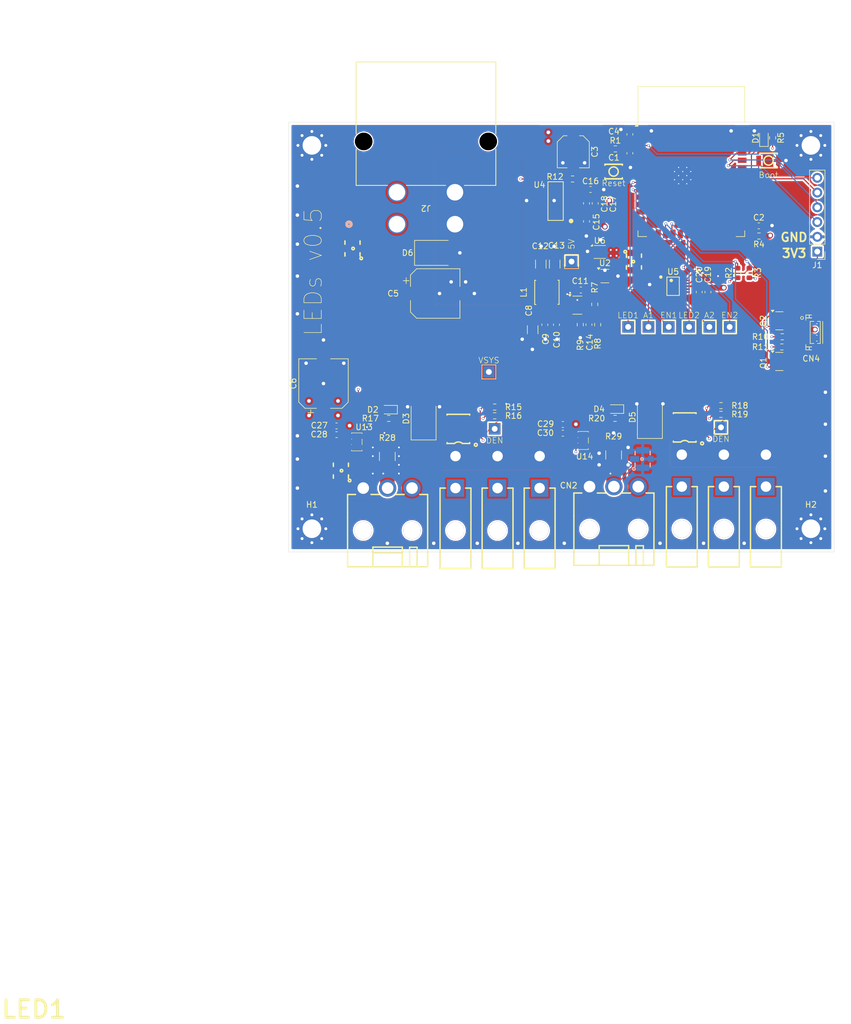
<source format=kicad_pcb>
(kicad_pcb (version 20241229) (generator "pcbnew") (generator_version "9.0")
  (layers (0 "F.Cu" signal) (4 "In1.Cu" power "Ground") (6 "In2.Cu" power "Power") (2 "B.Cu" signal) (13 "F.Paste" user) (15 "B.Paste" user) (5 "F.SilkS" user "F.Silkscreen") (7 "B.SilkS" user "B.Silkscreen") (1 "F.Mask" user) (3 "B.Mask" user) (25 "Edge.Cuts" user))
  (net 0 "")
  (net 1 "GND")
  (net 2 "/3v3/3v3")
  (net 3 "/esp32/USB.DP")
  (net 4 "/esp32/USB.DN")
  (net 5 "/buckconverter/SW")
  (net 6 "/buckconverter/FB")
  (net 7 "/5V")
  (net 8 "/VSYS")
  (net 9 "/a2d/I2C.SCL")
  (net 10 "/a2d/I2C.SDA")
  (net 11 "/a2d/AIN1")
  (net 12 "/led_channel/Switched12V")
  (net 13 "/led_channel1/Switched12V")
  (net 14 "/a2d/AIN2")
  (net 15 "/a2d/AIN3")
  (net 16 "/a2d/AIN4")
  (net 17 "/esp32/LED3")
  (net 18 "/esp32/LED4")
  (net 19 "/esp32/LED2")
  (net 20 "/esp32/LED1")
  (net 21 "/esp32/EN4")
  (net 22 "/esp32/EN3")
  (net 23 "/esp32/EN1")
  (net 24 "/esp32/EN2")
  (net 25 "Net-(J1-Pin_6)")
  (net 26 "Net-(J1-Pin_5)")
  (net 27 "Net-(U3-BOOT)")
  (net 28 "Net-(C14-Pad2)")
  (net 29 "Net-(U4-NR{slash}FB)")
  (net 30 "Net-(U13-OUT)")
  (net 33 "Net-(Q2-D)")
  (net 34 "Net-(Q1-D)")
  (net 35 "Net-(U14-OUT)")
  (net 36 "Net-(U2-VIN)")
  (net 38 "Net-(D1-A)")
  (net 39 "Net-(D1-K)")
  (net 40 "Net-(D2-A)")
  (net 41 "Net-(D4-A)")
  (net 42 "Net-(J1-Pin_3)")
  (net 43 "Net-(J1-Pin_4)")
  (net 44 "Net-(U4-EN)")
  (net 45 "Net-(U8-DEN)")
  (net 46 "Net-(U9-DEN)")
  (net 77 "Net-(RF3-SIG)")
  (net 78 "Net-(RF4-SIG)")
  (footprint "Capacitor_SMD:CP_Elec_8x11.9" (layer "F.Cu") (at 81.75 54.5)
    (property "Reference" "C5")
    (property "Value" "C_Polarized")
  )
  (footprint "easyeda2kicad:LabeledTestPoint" (layer "F.Cu") (at 131 77.55 180)
    (property "Reference" "TP16" (hide yes))
    (property "Value" "LabeledTestPoint")
  )
  (footprint "easyeda2kicad:LabeledTestPoint" (layer "F.Cu") (at 105.25 49 -90)
    (property "Reference" "TP14" (hide yes))
    (property "Value" "LabeledTestPoint")
  )
  (footprint "Resistor_SMD:R_0603_1608Metric" (layer "F.Cu") (at 141.56 61.95)
    (property "Reference" "R10")
    (property "Value" "10k")
  )
  (footprint "easyeda2kicad:SOT-23-5_L3.0-W1.7-P0.95-LS2.8-BR" (layer "F.Cu") (at 68.25 80.05 180)
    (property "Reference" "U13")
    (property "Value" "UCC27517DBVR")
  )
  (footprint "easyeda2kicad:LabeledTestPoint" (layer "F.Cu") (at 125.5 60.25)
    (property "Reference" "TP3" (hide yes))
    (property "Value" "LabeledTestPoint")
  )
  (footprint "easyeda2kicad:LabeledTestPoint" (layer "F.Cu") (at 122 60.25)
    (property "Reference" "TP7" (hide yes))
    (property "Value" "LabeledTestPoint")
  )
  (footprint "Diode_SMD:D_SMB" (layer "F.Cu") (at 81.85 47.5)
    (property "Reference" "D6")
    (property "Value" "D_TVS")
  )
  (footprint "easyeda2kicad:CONN-TH_39303035" (layer "F.Cu") (at 73.55 88)
    (property "Reference" "CN1" (hide yes))
    (property "Value" "39303035")
  )
  (footprint "Capacitor_SMD:C_0603_1608Metric" (layer "F.Cu") (at 115.3 27.1 90)
    (property "Reference" "C4")
    (property "Value" "100nF")
  )
  (footprint "MountingHole:MountingHole_3.2mm_M3_Pad_Via" (layer "F.Cu") (at 146.5 29)
    (property "Reference" "H4" (hide yes))
    (property "Value" "MountingHole_Pad")
  )
  (footprint "Resistor_SMD:R_0603_1608Metric" (layer "F.Cu") (at 137.55 44.6 180)
    (property "Reference" "R4")
    (property "Value" "10k")
  )
  (footprint "Resistor_SMD:R_0603_1608Metric" (layer "F.Cu") (at 92 75.55)
    (property "Reference" "R16")
    (property "Value" "4.7k")
  )
  (footprint "Resistor_SMD:R_0603_1608Metric" (layer "F.Cu") (at 106.75 59.8505 -90)
    (property "Reference" "R9")
    (property "Value" "13.3k")
  )
  (footprint "Diode_SMD:D_SMB" (layer "F.Cu") (at 118.75 75.8 90)
    (property "Reference" "D5")
    (property "Value" "D_TVS")
  )
  (footprint "Resistor_SMD:R_0603_1608Metric" (layer "F.Cu") (at 73.75 76 180)
    (property "Reference" "R17")
    (property "Value" "3.3k")
  )
  (footprint "easyeda2kicad:CONN-TH_2P-P5.50_39-30-1020" (layer "F.Cu") (at 85.25 85.25)
    (property "Reference" "CN5" (hide yes))
    (property "Value" "39-30-1020")
  )
  (footprint "easyeda2kicad:KEY-SMD_B3U-1000PM" (layer "F.Cu") (at 112.5 33.5)
    (property "Reference" "SW1")
    (property "Value" "KEY-SMD_B3U-1000PM")
  )
  (footprint "Resistor_SMD:R_0603_1608Metric" (layer "F.Cu") (at 141.485 63.7)
    (property "Reference" "R11")
    (property "Value" "10k")
  )
  (footprint "easyeda2kicad:LabeledTestPoint" (layer "F.Cu") (at 91 68)
    (property "Reference" "TP1" (hide yes))
    (property "Value" "LabeledTestPoint")
  )
  (footprint "easyeda2kicad:ANT-SMD_73412-0110" (layer "F.Cu") (at 116 49 -90)
    (property "Reference" "RF2" (hide yes))
    (property "Value" "73412-0110")
  )
  (footprint "Capacitor_SMD:C_Elec_5x5.8" (layer "F.Cu") (at 105.55 30.1 -90)
    (property "Reference" "C3")
    (property "Value" "22uF")
  )
  (footprint "Package_TO_SOT_SMD:SOT-23" (layer "F.Cu") (at 141.06 66.2)
    (property "Reference" "Q1")
    (property "Value" "BSS138")
  )
  (footprint "Capacitor_SMD:C_0603_1608Metric" (layer "F.Cu") (at 108.525 36.5825)
    (property "Reference" "C16")
    (property "Value" "10nF")
  )
  (footprint "Capacitor_SMD:C_0603_1608Metric" (layer "F.Cu") (at 64.75 77.3 180)
    (property "Reference" "C27")
    (property "Value" "10uF")
  )
  (footprint "easyeda2kicad:CONN-TH_2P-P5.50_39-30-1020" (layer "F.Cu") (at 124.25 85)
    (property "Reference" "CN6" (hide yes))
    (property "Value" "39-30-1020")
  )
  (footprint "easyeda2kicad:MSOP-10_L3.0-W3.0-P0.50-LS5.0-BL" (layer "F.Cu") (at 122.75 53.25 -90)
    (property "Reference" "U5")
    (property "Value" "ADS1115IDGSR")
  )
  (footprint "Diode_SMD:D_SMB" (layer "F.Cu") (at 79.75 76.05 90)
    (property "Reference" "D3")
    (property "Value" "D_TVS")
  )
  (footprint "easyeda2kicad:LabeledTestPoint" (layer "F.Cu") (at 132.5 60.25)
    (property "Reference" "TP9" (hide yes))
    (property "Value" "LabeledTestPoint")
  )
  (footprint "Capacitor_SMD:C_1206_3216Metric" (layer "F.Cu") (at 99.95 49.438 90)
    (property "Reference" "C12")
    (property "Value" "22uF")
  )
  (footprint "LED_SMD:LED_0603_1608Metric" (layer "F.Cu") (at 112.75 74.4 180)
    (property "Reference" "D4")
    (property "Value" "LED")
  )
  (footprint "Resistor_SMD:R_0603_1608Metric" (layer "F.Cu") (at 131 73.8)
    (property "Reference" "R18")
    (property "Value" "1.5k")
  )
  (footprint "Package_SON:Texas_DPY0002A_0.6x1mm_P0.65mm" (layer "F.Cu") (at 72 85.5 180)
    (property "Reference" "U7" (hide yes))
    (property "Value" "TPD1E05U06DPY")
  )
  (footprint "Capacitor_SMD:C_0603_1608Metric" (layer "F.Cu") (at 103.75 78.55 180)
    (property "Reference" "C30")
    (property "Value" "100nF")
  )
  (footprint "easyeda2kicad:CONN-TH_2P-P5.50_39-30-1020" (layer "F.Cu") (at 92.5 85.25)
    (property "Reference" "CN9" (hide yes))
    (property "Value" "39-30-1020")
  )
  (footprint "LED_SMD:LED_0603_1608Metric" (layer "F.Cu") (at 138.4 27.7 90)
    (property "Reference" "D1")
    (property "Value" "LED")
  )
  (footprint "Capacitor_SMD:C_0603_1608Metric" (layer "F.Cu") (at 115.3 30.35 -90)
    (property "Reference" "C1")
    (property "Value" "10uf")
  )
  (footprint "easyeda2kicad:PG-TSDSO-14_L4.9-W3.9-P0.65-LS6.0-BL-EP" (layer "F.Cu") (at 124.75 77.55 90)
    (property "Reference" "U9" (hide yes))
    (property "Value" "BTS70021EPPXUMA1")
  )
  (footprint "easyeda2kicad:CONN-TH_2P-P5.50_39-30-1020" (layer "F.Cu") (at 99.75 85.25)
    (property "Reference" "CN13" (hide yes))
    (property "Value" "39-30-1020")
  )
  (footprint "Resistor_SMD:R_1210_3225Metric_Pad1.30x2.65mm_HandSolder" (layer "F.Cu") (at 73.5 82.55 -90)
    (property "Reference" "R28")
    (property "Value" "120")
  )
  (footprint "Capacitor_SMD:C_0603_1608Metric" (layer "F.Cu") (at 128.75 54.25 -90)
    (property "Reference" "C19")
    (property "Value" "1uF")
  )
  (footprint "Capacitor_SMD:C_0603_1608Metric" (layer "F.Cu") (at 109.325 38.9825 90)
    (property "Reference" "C17")
    (property "Value" "1uF")
  )
  (footprint "easyeda2kicad:PG-TSDSO-14_L4.9-W3.9-P0.65-LS6.0-BL-EP" (layer "F.Cu") (at 85.75 77.8 90)
    (property "Reference" "U8" (hide yes))
    (property "Value" "BTS70021EPPXUMA1")
  )
  (footprint "Capacitor_SMD:C_0603_1608Metric" (layer "F.Cu") (at 100.65 59.8755 -90)
    (property "Reference" "C9")
    (property "Value" "10uF")
  )
  (footprint "easyeda2kicad:SOT-223-6_L6.5-W3.5-P1.27-LS7.0-BR" (layer "F.Cu") (at 102.5 38.5825)
    (property "Reference" "U4")
    (property "Value" "TPS73733DCQ_C5220270")
  )
  (footprint "Capacitor_SMD:C_0603_1608Metric" (layer "F.Cu") (at 103.75 77.05 180)
    (property "Reference" "C29")
    (property "Value" "10uF")
  )
  (footprint "LED_SMD:LED_0603_1608Metric" (layer "F.Cu") (at 73.75 74.5 180)
    (property "Reference" "D2")
    (property "Value" "LED")
  )
  (footprint "Resistor_SMD:R_0603_1608Metric" (layer "F.Cu") (at 109.25 56.368 -90)
    (property "Reference" "R7")
    (property "Value" "49.9")
  )
  (footprint "Capacitor_SMD:C_0603_1608Metric" (layer "F.Cu") (at 127.25 54.25 -90)
    (property "Reference" "C20")
    (property "Value" "100nF")
  )
  (footprint "Connector_PinHeader_2.54mm:PinHeader_1x06_P2.54mm_Vertical" (layer "F.Cu") (at 147.6 47.28 180)
    (property "Reference" "J1")
    (property "Value" "Conn_01x06")
  )
  (footprint "Package_SON:Texas_DPY0002A_0.6x1mm_P0.65mm" (layer "F.Cu") (at 111.15 85.5 180)
    (property "Reference" "U10" (hide yes))
    (property "Value" "TPD1E05U06DPY")
  )
  (footprint "Resistor_SMD:R_0603_1608Metric" (layer "F.Cu") (at 135.8776 50.9695 90)
    (property "Reference" "R3")
    (property "Value" "10k")
  )
  (footprint "easyeda2kicad:IND-SMD_L4.0-W4.0-A" (layer "F.Cu") (at 101 54.3 90)
    (property "Reference" "L1")
    (property "Value" "XAL4040-103MEC")
  )
  (footprint "Resistor_SMD:R_0603_1608Metric" (layer "F.Cu") (at 112.75 76 180)
    (property "Reference" "R20")
    (property "Value" "3.3k")
  )
  (footprint "easyeda2kicad:SOT-23-5_L3.0-W1.7-P0.95-LS2.8-BR" (layer "F.Cu") (at 107.25 79.8 180)
    (property "Reference" "U14")
    (property "Value" "UCC27517DBVR")
  )
  (footprint "easyeda2kicad:ANT-SMD_73412-0110" (layer "F.Cu") (at 67.5 46.75 90)
    (property "Reference" "RF1" (hide yes))
    (property "Value" "73412-0110")
  )
  (footprint "Resistor_SMD:R_0603_1608Metric" (layer "F.Cu") (at 139.9 27.7 -90)
    (property "Reference" "R5")
    (property "Value" "330")
  )
  (footprint "Resistor_SMD:R_0603_1608Metric" (layer "F.Cu") (at 133.8776 50.9695 90)
    (property "Reference" "R2")
    (property "Value" "10k")
  )
  (footprint "Capacitor_SMD:CP_Elec_8x11.9" (layer "F.Cu") (at 62.5 70 90)
    (property "Reference" "C6")
    (property "Value" "C_Polarized")
  )
  (footprint "MountingHole:MountingHole_3.2mm_M3_Pad_Via" (layer "F.Cu") (at 60.5 95)
    (property "Reference" "H1")
    (property "Value" "MountingHole_Pad")
  )
  (footprint "easyeda2kicad:LabeledTestPoint" (layer "F.Cu") (at 118.5 60.25)
    (property "Reference" "TP4" (hide yes))
    (property "Value" "LabeledTestPoint")
  )
  (footprint "Resistor_SMD:R_0603_1608Metric" (layer "F.Cu") (at 92 74.05)
    (property "Reference" "R15")
    (property "Value" "1.5k")
  )
  (footprint "Capacitor_SMD:C_0603_1608Metric" (layer "F.Cu") (at 102.65 59.8755 -90)
    (property "Reference" "C10")
    (property "Value" "100nF")
  )
  (footprint "Capacitor_SMD:C_0603_1608Metric" (layer "F.Cu") (at 107.825 38.9825 90)
    (property "Reference" "C18")
    (property "Value" "1uF")
  )
  (footprint "easyeda2kicad:LabeledTestPoint" (layer "F.Cu") (at 115 60.25)
    (property "Reference" "TP2" (hide yes))
    (property "Value" "LabeledTestPoint")
  )
  (footprint "Capacitor_SMD:C_0603_1608Metric" (layer "F.Cu") (at 137.525 42.85)
    (property "Reference" "C2")
    (property "Value" "1uf")
  )
  (footprint "easyeda2kicad:LabeledTestPoint" (layer "F.Cu") (at 92 77.8 180)
    (property "Reference" "TP15" (hide yes))
    (property "Value" "LabeledTestPoint")
  )
  (footprint "RF_Module:ESP32-S3-WROOM-1" (layer "F.Cu") (at 125.9 31.74)
    (property "Reference" "U1" (hide yes))
    (property "Value" "ESP32-S3-WROOM-1")
  )
  (footprint "MountingHole:MountingHole_3.2mm_M3_Pad_Via" (layer "F.Cu") (at 60.5 29)
    (property "Reference" "H3" (hide yes))
    (property "Value" "MountingHole_Pad")
  )
  (footprint "Capacitor_SMD:C_0603_1608Metric" (layer "F.Cu") (at 107.825 42.0825 -90)
    (property "Reference" "C15")
    (property "Value" "1uF")
  )
  (footprint "Package_TO_SOT_SMD:SOT-363_SC-70-6" (layer "F.Cu") (at 111 51.5)
    (property "Reference" "U2")
    (property "Value" "LM66100DCK")
  )
  (footprint "Resistor_SMD:R_0603_1608Metric" (layer "F.Cu") (at 131 75.3)
    (property "Reference" "R19")
    (property "Value" "4.7k")
  )
  (footprint "Resistor_SMD:R_1210_3225Metric_Pad1.30x2.65mm_HandSolder" (layer "F.Cu") (at 112.5 82.3 -90)
    (property "Reference" "R29")
    (property "Value" "120")
  )
  (footprint "Resistor_SMD:R_0603_1608Metric" (layer "F.Cu") (at 105.425 34.7825)
    (property "Reference" "R12")
    (property "Value" "10k")
  )
  (footprint "Resistor_SMD:R_0603_1608Metric" (layer "F.Cu") (at 109.75 59.868 -90)
    (property "Reference" "R8")
    (property "Value" "100k")
  )
  (footprint "easyeda2kicad:CONN_SDA-42820-0002_02_RC_MOL" (layer "F.Cu") (at 75.1604 42.5697 180)
    (property "Reference" "J2")
    (property "Value" "428202214")
  )
  (footprint "Package_TO_SOT_SMD:SOT-23" (layer "F.Cu") (at 141.06 59.2)
    (property "Reference" "Q2")
    (property "Value" "BSS138")
  )
  (footprint "Package_TO_SOT_SMD:SOT-23-6" (layer "F.Cu") (at 106.25 56.5005)
    (property "Reference" "U3" (hide yes))
    (property "Value" "TPS54202DDC")
  )
  (footprint "Capacitor_SMD:C_0603_1608Metric" (layer "F.Cu") (at 64.75 78.8 180)
    (property "Reference" "C28")
    (property "Value" "100nF")
  )
  (footprint "Capacitor_SMD:C_1206_3216Metric" (layer "F.Cu") (at 102.35 49.438 90)
    (property "Reference" "C13")
    (property "Value" "22uF")
  )
  (footprint "Capacitor_SMD:C_1206_3216Metric" (layer "F.Cu") (at 98.55 60.738 -90)
    (property "Reference" "C8")
    (property "Value" "22uF")
  )
  (footprint "easyeda2kicad:CONN-SMD_BM04B-SRSS-TB" (layer "F.Cu") (at 146.56 61.2 -90)
    (property "Reference" "CN4")
    (property "Value" "BM04B-SRSS-TB(LF)(SN)")
  )
  (footprint "Package_SON:WSON-6-1EP_2x2mm_P0.65mm_EP1x1.6mm" (layer "F.Cu") (at 110.1125 47.35)
    (property "Reference" "U6")
    (property "Value" "TVS0500DRV")
  )
  (footprint "easyeda2kicad:CONN-TH_2P-P5.50_39-30-1020" (layer "F.Cu") (at 131.5 85)
    (property "Reference" "CN10" (hide yes))
    (property "Value" "39-30-1020")
  )
  (footprint "Capacitor_SMD:C_0603_1608Metric" (layer "F.Cu") (at 108.25 59.868 90)
    (property "Reference" "C14")
    (property "Value" "75pF")
  )
  (footprint "easyeda2kicad:LabeledTestPoint" (layer "F.Cu") (at 129 60.25)
    (property "Reference" "TP5" (hide yes))
    (property "Value" "LabeledTestPoint")
  )
  (footprint "easyeda2kicad:CONN-TH_39303035" (layer "F.Cu") (at 112.55 87.75)
    (property "Reference" "CN2")
    (property "Value" "39303035")
  )
  (footprint "MountingHole:MountingHole_3.2mm_M3_Pad_Via" (layer "F.Cu") (at 146.5 95)
    (property "Reference" "H2")
    (property "Value" "MountingHole_Pad")
  )
  (footprint "easyeda2kicad:CONN-TH_2P-P5.50_39-30-1020" (layer "F.Cu") (at 138.75 85)
    (property "Reference" "CN14" (hide yes))
    (property "Value" "39-30-1020")
  )
  (footprint "easyeda2kicad:ANT-SMD_73412-0110" (layer "F.Cu") (at 65.5 85 90)
    (property "Reference" "RF3" (hide yes))
    (property "Value" "73412-0110")
  )
  (footprint "Resistor_SMD:R_0603_1608Metric" (layer "F.Cu") (at 112.8 29.6)
    (property "Reference" "R1")
    (property "Value" "10k")
  )
  (footprint "easyeda2kicad:KEY-SMD_B3U-1000PM" (layer "F.Cu") (at 139.2 31.6 180)
    (property "Reference" "SW2")
    (property "Value" "KEY-SMD_B3U-1000PM")
  )
  (footprint "Capacitor_SMD:C_0603_1608Metric" (layer "F.Cu") (at 106.85 53.9005 180)
    (property "Reference" "C11")
    (property "Value" "100nf")
  )
  (footprint "easyeda2kicad:ANT-SMD_73412-0110" (layer "B.Cu") (at 117.5 83 90)
    (property "Reference" "RF4" (hide yes))
    (property "Value" "73412-0110")
  )
  (gr_rect (start 56.5 25) (end 150.5 99) (stroke (width 0.05)) (fill no) (layer "Edge.Cuts"))
  (gr_text "3V3" (at 141.35 48.45 0) (layer "F.SilkS") (effects (font (size 1.5 1.5) (thickness 0.3) (bold yes)) (justify left bottom)))
  (gr_text "LEDs v0.5" (at 62.5 62 90) (layer "F.SilkS") (effects (font (size 3 3) (thickness 0.1)) (justify left bottom)))
  (gr_text "LED1" (at 6.75 179.5 0) (layer "F.SilkS") (effects (font (size 3 3) (thickness 0.5) (bold yes)) (justify left bottom)))
  (gr_text "GND\n" (at 141.1 45.7 0) (layer "F.SilkS") (effects (font (size 1.5 1.5) (thickness 0.3) (bold yes)) (justify left bottom)))
  (segment (start 93.45 74.05) (end 94 73.5) (width 0.2) (layer "F.Cu") (net 1))
  (segment (start 109.325 38.2075) (end 109.325 36.6075) (width 1) (layer "F.Cu") (net 1))
  (segment (start 111.535531 51.5) (end 111.95 51.5) (width 0.2) (layer "F.Cu") (net 1))
  (segment (start 109.325 36.6075) (end 109.3 36.5825) (width 1) (layer "F.Cu") (net 1))
  (segment (start 118.75 73.65) (end 116.65 73.65) (width 2) (layer "F.Cu") (net 1))
  (segment (start 115.6 74.4) (end 116.5 73.5) (width 0.2) (layer "F.Cu") (net 1))
  (segment (start 107.825 38.2075) (end 107.45 38.5825) (width 1) (layer "F.Cu") (net 1))
  (segment (start 106.1825 55.5505) (end 106.25 55.618) (width 0.2) (layer "F.Cu") (net 1))
  (segment (start 111 52.035531) (end 111 52.75) (width 0.2) (layer "F.Cu") (net 1))
  (segment (start 111 50.738304) (end 111 50.5) (width 0.2) (layer "F.Cu") (net 1))
  (segment (start 118.75 73.65) (end 120.85 73.65) (width 2) (layer "F.Cu") (net 1))
  (segment (start 110.238304 51.5) (end 111 50.738304) (width 0.2) (layer "F.Cu") (net 1))
  (segment (start 107.825 38.2075) (end 109.325 38.2075) (width 1) (layer "F.Cu") (net 1))
  (segment (start 92.825 74.05) (end 93.45 74.05) (width 0.2) (layer "F.Cu") (net 1))
  (segment (start 111 52.035531) (end 111.535531 51.5) (width 0.2) (layer "F.Cu") (net 1))
  (segment (start 82.5 74) (end 82.4 73.9) (width 0.2) (layer "F.Cu") (net 1))
  (segment (start 77.1 73.9) (end 77 74) (width 0.2) (layer "F.Cu") (net 1))
  (segment (start 105.1125 55.5505) (end 106.1825 55.5505) (width 0.4) (layer "F.Cu") (net 1))
  (segment (start 111 50.5) (end 111 50.25) (width 0.2) (layer "F.Cu") (net 1))
  (segment (start 120.64 53.25) (end 119.01 53.25) (width 0.2) (layer "F.Cu") (net 1))
  (segment (start 111 50.25) (end 110 49.25) (width 0.2) (layer "F.Cu") (net 1))
  (segment (start 82.4 73.9) (end 79.75 73.9) (width 2) (layer "F.Cu") (net 1))
  (segment (start 120.64 53.25) (end 122.16 53.25) (width 0.2) (layer "F.Cu") (net 1))
  (segment (start 113.5375 74.4) (end 115.6 74.4) (width 0.2) (layer "F.Cu") (net 1))
  (segment (start 74.5375 74.65) (end 79 74.65) (width 0.2) (layer "F.Cu") (net 1))
  (segment (start 111.95 51.5) (end 113.25 51.5) (width 0.4) (layer "F.Cu") (net 1))
  (segment (start 120.85 73.65) (end 121 73.5) (width 2) (layer "F.Cu") (net 1))
  (segment (start 107.45 38.5825) (end 105.35 38.5825) (width 1) (layer "F.Cu") (net 1))
  (segment (start 79.75 73.9) (end 77.1 73.9) (width 2) (layer "F.Cu") (net 1))
  (via (at 110 82) (size 0.8) (drill 0.6) (layers "F.Cu" "B.Cu") (net 1))
  (via (at 82.5 74) (size 0.8) (drill 0.6) (layers "F.Cu" "B.Cu") (net 1))
  (via (at 94 73.5) (size 0.45) (drill 0.3) (layers "F.Cu" "B.Cu") (net 1))
  (via (at 130.5 51.5) (size 0.45) (drill 0.3) (layers "F.Cu" "B.Cu") (net 1))
  (via (at 102.75 62.368) (size 0.8) (drill 0.6) (layers "F.Cu" "B.Cu") (net 1))
  (via (at 106.25 55.618) (size 0.45) (drill 0.3) (layers "F.Cu" "B.Cu") (net 1))
  (via (at 96 97.5) (size 0.8) (drill 0.6) (layers "F.Cu" "B.Cu") (net 1))
  (via (at 102.25 46.368) (size 0.8) (drill 0.6) (layers "F.Cu" "B.Cu") (net 1))
  (via (at 88.5 54.5) (size 0.8) (drill 0.6) (layers "F.Cu" "B.Cu") (net 1))
  (via (at 149 77) (size 0.8) (drill 0.6) (layers "F.Cu" "B.Cu") (net 1))
  (via (at 142.2 31.6) (size 0.8) (drill 0.6) (layers "F.Cu" "B.Cu") (net 1))
  (via (at 100.75 62.368) (size 0.8) (drill 0.6) (layers "F.Cu" "B.Cu") (net 1))
  (via (at 77 74) (size 0.8) (drill 0.6) (layers "F.Cu" "B.Cu") (net 1))
  (via (at 136.75 26.5) (size 0.8) (drill 0.6) (layers "F.Cu" "B.Cu") (net 1))
  (via (at 58 36) (size 0.8) (drill 0.6) (layers "F.Cu" "B.Cu") (net 1))
  (via (at 113.75 26.25) (size 0.8) (drill 0.6) (layers "F.Cu" "B.Cu") (net 1))
  (via (at 113.25 51.5) (size 0.8) (drill 0.6) (layers "F.Cu" "B.Cu") (net 1))
  (via (at 119 26.5) (size 0.8) (drill 0.6) (layers "F.Cu" "B.Cu") (net 1))
  (via (at 104 97.5) (size 0.8) (drill 0.6) (layers "F.Cu" "B.Cu") (net 1))
  (via (at 115 81) (size 0.8) (drill 0.6) (layers "F.Cu" "B.Cu") (net 1))
  (via (at 110 84) (size 0.8) (drill 0.6) (layers "F.Cu" "B.Cu") (net 1))
  (via (at 75.5 85.5) (size 0.45) (drill 0.3) (layers "F.Cu" "B.Cu") (net 1))
  (via (at 149 82.5) (size 0.8) (drill 0.6) (layers "F.Cu" "B.Cu") (net 1))
  (via (at 86 47.5) (size 0.8) (drill 0.6) (layers "F.Cu" "B.Cu") (net 1))
  (via (at 149 71.5) (size 0.8) (drill 0.6) (layers "F.Cu" "B.Cu") (net 1))
  (via (at 58 51.5) (size 0.8) (drill 0.6) (layers "F.Cu" "B.Cu") (net 1))
  (via (at 118.71 52.95) (size 0.8) (drill 0.6) (layers "F.Cu" "B.Cu") (net 1))
  (via (at 62.5 70) (size 0.8) (drill 0.6) (layers "F.Cu" "B.Cu") (net 1))
  (via (at 75.5 81) (size 0.45) (drill 0.3) (layers "F.Cu" "B.Cu") (net 1))
  (via (at 132.75 26.5) (size 0.8) (drill 0.6) (layers "F.Cu" "B.Cu") (net 1))
  (via (at 115.4 32.8) (size 0.8) (drill 0.6) (layers "F.Cu" "B.Cu") (net 1))
  (via (at 110.8 36.6) (size 0.8) (drill 0.6) (layers "F.Cu" "B.Cu") (net 1))
  (via (at 112.5 78.5) (size 0.8) (drill 0.6) (layers "F.Cu" "B.Cu") (net 1))
  (via (at 58 41) (size 0.8) (drill 0.6) (layers "F.Cu" "B.Cu") (net 1))
  (via (at 149 88.5) (size 0.8) (drill 0.6) (layers "F.Cu" "B.Cu") (net 1))
  (via (at 75.5 82.5) (size 0.45) (drill 0.3) (layers "F.Cu" "B.Cu") (net 1))
  (via (at 128 97.5) (size 0.8) (drill 0.6) (layers "F.Cu" "B.Cu") (net 1))
  (via (at 59.5 66.5) (size 0.8) (drill 0.6) (layers "F.Cu" "B.Cu") (net 1))
  (via (at 111 50.5) (size 0.8) (drill 0.6) (layers "F.Cu" "B.Cu") (net 1))
  (via (at 100 46.368) (size 0.8) (drill 0.6) (layers "F.Cu" "B.Cu") (net 1))
  (via (at 107.5 32) (size 0.8) (drill 0.6) (layers "F.Cu" "B.Cu") (net 1))
  (via (at 135 97.5) (size 0.8) (drill 0.6) (layers "F.Cu" "B.Cu") (net 1))
  (via (at 75.5 84) (size 0.45) (drill 0.3) (layers "F.Cu" "B.Cu") (net 1))
  (via (at 66 66.5) (size 0.8) (drill 0.6) (layers "F.Cu" "B.Cu") (net 1))
  (via (at 102.25 38.5) (size 0.8) (drill 0.6) (layers "F.Cu" "B.Cu") (net 1))
  (via (at 82.5 54.5) (size 0.8) (drill 0.6) (layers "F.Cu" "B.Cu") (net 1))
  (via (at 70 77.5) (size 0.45) (drill 0.3) (layers "F.Cu" "B.Cu") (net 1))
  (via (at 106.75 62.118) (size 0.8) (drill 0.6) (layers "F.Cu" "B.Cu") (net 1))
  (via (at 58 58) (size 0.8) (drill 0.6) (layers "F.Cu" "B.Cu") (net 1))
  (via (at 89 97.5) (size 0.8) (drill 0.6) (layers "F.Cu" "B.Cu") (net 1))
  (via (at 98.5 64.118) (size 0.8) (drill 0.6) (layers "F.Cu" "B.Cu") (net 1))
  (via (at 96.75 62.368) (size 0.8) (drill 0.6) (layers "F.Cu" "B.Cu") (net 1))
  (via (at 116.5 73.5) (size 0.8) (drill 0.6) (layers "F.Cu" "B.Cu") (net 1))
  (via (at 103.75 32) (size 0.8) (drill 0.6) (layers "F.Cu" "B.Cu") (net 1))
  (via (at 139.8 42.8) (size 0.8) (drill 0.6) (layers "F.Cu" "B.Cu") (net 1))
  (via (at 81.5 97.5) (size 0.8) (drill 0.6) (layers "F.Cu" "B.Cu") (net 1))
  (via (at 71 82.5) (size 0.45) (drill 0.3) (layers "F.Cu" "B.Cu") (net 1))
  (via (at 71 85.5) (size 0.45) (drill 0.3) (layers "F.Cu" "B.Cu") (net 1))
  (via (at 121 73.5) (size 0.8) (drill 0.6) (layers "F.Cu" "B.Cu") (net 1))
  (via (at 84.5 52.5) (size 0.8) (drill 0.6) (layers "F.Cu" "B.Cu") (net 1))
  (via (at 71 81) (size 0.45) (drill 0.3) (layers "F.Cu" "B.Cu") (net 1))
  (via (at 115 84) (size 0.8) (drill 0.6) (layers "F.Cu" "B.Cu") (net 1))
  (via (at 104.5 54.618) (size 0.45) (drill 0.3) (layers "F.Cu" "B.Cu") (net 1))
  (via (at 73.5 97.5) (size 0.8) (drill 0.6) (layers "F.Cu" "B.Cu") (net 1))
  (via (at 110.25 45.25) (size 0.8) (drill 0.6) (layers "F.Cu" "B.Cu") (net 1))
  (via (at 58 88) (size 0.8) (drill 0.6) (layers "F.Cu" "B.Cu") (net 1))
  (via (at 97.5 38.5) (size 0.8) (drill 0.6) (layers "F.Cu" "B.Cu") (net 1))
  (via (at 107.8 44.6) (size 0.8) (drill 0.6) (layers "F.Cu" "B.Cu") (net 1))
  (via (at 87 52.5) (size 0.8) (drill 0.6) (layers "F.Cu" "B.Cu") (net 1))
  (via (at 58 79) (size 0.8) (drill 0.6) (layers "F.Cu" "B.Cu") (net 1))
  (via (at 108 47.25) (size 0.8) (drill 0.6) (layers "F.Cu" "B.Cu") (net 1))
  (via (at 120.5 97.5) (size 0.8) (drill 0.6) (layers "F.Cu" "B.Cu") (net 1))
  (via (at 105 54.368) (size 0.45) (drill 0.3) (layers "F.Cu" "B.Cu") (net 1))
  (via (at 58 83) (size 0.8) (drill 0.6) (layers "F.Cu" "B.Cu") (net 1))
  (via (at 62.5 62.5) (size 0.8) (drill 0.6) (layers "F.Cu" "B.Cu") (net 1))
  (via (at 58 46) (size 0.8) (drill 0.6) (layers "F.Cu" "B.Cu") (net 1))
  (via (at 73 78.5) (size 0.45) (drill 0.3) (layers "F.Cu" "B.Cu") (net 1))
  (segment (start 138.375 44.6) (end 139.4 44.6) (width 1) (layer "F.Cu") (net 2))
  (segment (start 147.6 55.4) (end 147.6 47.28) (width 0.2) (layer "F.Cu") (net 2))
  (segment (start 139.9 28.525) (end 139.9 29.5) (width 0.2) (layer "F.Cu") (net 2))
  (segment (start 138.414 63.5415) (end 138.414 59.221001) (width 0.2) (layer "F.Cu") (net 2))
  (segment (start 139.4 44.6) (end 139.5 44.5) (width 1) (layer "F.Cu") (net 2))
  (segment (start 105.35 39.8525) (end 110.8525 39.8525) (width 1) (layer "F.Cu") (net 2))
  (segment (start 136.76 51.8) (end 136.935 51.975) (width 0.2) (layer "F.Cu") (net 2))
  (segment (start 110.8525 39.8525) (end 111.75 38.955) (width 1) (layer "F.Cu") (net 2))
  (segment (start 139.385001 58.25) (end 140.1225 58.25) (width 0.2) (layer "F.Cu") (net 2))
  (segment (start 140.1225 65.25) (end 138.414 63.5415) (width 0.2) (layer "F.Cu") (net 2))
  (segment (start 111.75 38.955) (end 111.75 38.5) (width 1) (layer "F.Cu") (net 2))
  (segment (start 138.414 59.221001) (end 139.385001 58.25) (width 0.2) (layer "F.Cu") (net 2))
  (segment (start 140.1225 58.25) (end 144.75 58.25) (width 0.2) (layer "F.Cu") (net 2))
  (segment (start 133.935 51.8) (end 133.11 51.8) (width 0.2) (layer "F.Cu") (net 2))
  (segment (start 144.75 58.25) (end 147.6 55.4) (width 0.2) (layer "F.Cu") (net 2))
  (segment (start 135.935 51.8) (end 136.76 51.8) (width 0.2) (layer "F.Cu") (net 2))
  (segment (start 133.11 51.8) (end 132.435 52.475) (width 0.2) (layer "F.Cu") (net 2))
  (via (at 111.75 38.5) (size 0.8) (drill 0.6) (layers "F.Cu" "B.Cu") (net 2))
  (via (at 132.435 52.475) (size 0.45) (drill 0.3) (layers "F.Cu" "B.Cu") (net 2))
  (via (at 139.9 29.5) (size 0.45) (drill 0.3) (layers "F.Cu" "B.Cu") (net 2))
  (via (at 101.25 28.25) (size 0.8) (drill 0.6) (layers "F.Cu" "B.Cu") (net 2))
  (via (at 101.25 26.75) (size 0.8) (drill 0.6) (layers "F.Cu" "B.Cu") (net 2))
  (via (at 136.935 51.975) (size 0.45) (drill 0.3) (layers "F.Cu" "B.Cu") (net 2))
  (via (at 139.5 44.5) (size 0.8) (drill 0.6) (layers "F.Cu" "B.Cu") (net 2))
  (segment (start 104.236 53.882) (end 106.0565 53.882) (width 0.2) (layer "F.Cu") (net 5))
  (segment (start 102.5 55.618) (end 104.236 53.882) (width 0.2) (layer "F.Cu") (net 5))
  (segment (start 106.75 59.0255) (end 106.75 58.088) (width 0.2) (layer "F.Cu") (net 6))
  (segment (start 108.25 60.5255) (end 106.75 59.0255) (width 0.2) (layer "F.Cu") (net 6))
  (segment (start 109.75 60.693) (end 108.3 60.693) (width 0.2) (layer "F.Cu") (net 6))
  (segment (start 106.75 58.088) (end 107.3875 57.4505) (width 0.2) (layer "F.Cu") (net 6))
  (segment (start 90.45 75.55) (end 90 76) (width 0.2) (layer "F.Cu") (net 7))
  (segment (start 109.1225 41.1225) (end 111 43) (width 1) (layer "F.Cu") (net 7))
  (segment (start 129.7 75.3) (end 129 76) (width 0.2) (layer "F.Cu") (net 7))
  (segment (start 104.6 34.7825) (end 96.5 34.7825) (width 0.2) (layer "F.Cu") (net 7))
  (segment (start 110.374999 52.15) (end 111.674999 50.85) (width 0.2) (layer "F.Cu") (net 7))
  (segment (start 127.25 53.475) (end 128.75 53.475) (width 1) (layer "F.Cu") (net 7))
  (segment (start 145.3 60.7) (end 147.2 60.7) (width 1) (layer "F.Cu") (net 7))
  (segment (start 131.5 53.5) (end 128.46 53.5) (width 1) (layer "F.Cu") (net 7))
  (segment (start 91.175 75.55) (end 90.45 75.55) (width 0.2) (layer "F.Cu") (net 7))
  (segment (start 105.35 41.1225) (end 109.1225 41.1225) (width 1) (layer "F.Cu") (net 7))
  (segment (start 111.674999 50.85) (end 111.95 50.85) (width 0.2) (layer "F.Cu") (net 7))
  (segment (start 124.86 53.25) (end 128.525 53.25) (width 0.3) (layer "F.Cu") (net 7))
  (segment (start 128.46 53.5) (end 128.435 53.475) (width 1) (layer "F.Cu") (net 7))
  (segment (start 128.435 53.475) (end 127.25 53.475) (width 1) (layer "F.Cu") (net 7))
  (segment (start 140.735 61.95) (end 139.75 61.95) (width 0.2) (layer "F.Cu") (net 7))
  (segment (start 110.05 52.15) (end 110.374999 52.15) (width 0.2) (layer "F.Cu") (net 7))
  (segment (start 140.66 63.7) (end 139.75 63.7) (width 0.2) (layer "F.Cu") (net 7))
  (segment (start 130.175 75.3) (end 129.7 75.3) (width 0.2) (layer "F.Cu") (net 7))
  (via (at 129 76) (size 0.45) (drill 0.3) (layers "F.Cu" "B.Cu") (net 7))
  (via (at 90 76) (size 0.45) (drill 0.3) (layers "F.Cu" "B.Cu") (net 7))
  (via (at 113 48) (size 0.45) (drill 0.3) (layers "F.Cu" "B.Cu") (net 7))
  (via (at 139.75 63.7) (size 0.45) (drill 0.3) (layers "F.Cu" "B.Cu") (net 7))
  (via (at 112 47) (size 0.45) (drill 0.3) (layers "F.Cu" "B.Cu") (net 7))
  (via (at 67 77.25) (size 0.8) (drill 0.6) (layers "F.Cu" "B.Cu") (net 7))
  (via (at 113 47) (size 0.45) (drill 0.3) (layers "F.Cu" "B.Cu") (net 7))
  (via (at 106 77) (size 0.8) (drill 0.6) (layers "F.Cu" "B.Cu") (net 7))
  (via (at 139.75 61.95) (size 0.45) (drill 0.3) (layers "F.Cu" "B.Cu") (net 7))
  (via (at 111 43) (size 0.8) (drill 0.6) (layers "F.Cu" "B.Cu") (net 7))
  (via (at 112 48) (size 0.45) (drill 0.3) (layers "F.Cu" "B.Cu") (net 7))
  (via (at 60 75.5) (size 0.8) (drill 0.6) (layers "F.Cu" "B.Cu") (net 7))
  (via (at 60 73) (size 0.8) (drill 0.6) (layers "F.Cu" "B.Cu") (net 7))
  (via (at 65 75.5) (size 0.8) (drill 0.6) (layers "F.Cu" "B.Cu") (net 7))
  (via (at 131.5 53.5) (size 0.8) (drill 0.6) (layers "F.Cu" "B.Cu") (net 7))
  (via (at 65 73) (size 0.8) (drill 0.6) (layers "F.Cu" "B.Cu") (net 7))
  (via (at 147.2 60.7) (size 0.8) (drill 0.6) (layers "F.Cu" "B.Cu") (net 7))
  (via (at 96.5 34.7825) (size 0.45) (drill 0.3) (layers "F.Cu" "B.Cu") (net 7))
  (segment (start 140.1225 67.15) (end 139 67.15) (width 0.2) (layer "F.Cu") (net 9))
  (segment (start 121.5 42.5) (end 121.455 42.545) (width 0.2) (layer "F.Cu") (net 9))
  (segment (start 121.455 42.545) (end 121.455 44.24) (width 0.2) (layer "F.Cu") (net 9))
  (segment (start 133.935 50.15) (end 126.96 50.15) (width 0.2) (layer "F.Cu") (net 9))
  (segment (start 126.96 50.15) (end 124.86 52.25) (width 0.2) (layer "F.Cu") (net 9))
  (segment (start 133.8776 49.3776) (end 133.5 49) (width 0.2) (layer "F.Cu") (net 9))
  (segment (start 133.8776 50.1445) (end 133.8776 49.3776) (width 0.2) (layer "F.Cu") (net 9))
  (via (at 121.5 42.5) (size 0.45) (drill 0.3) (layers "F.Cu" "B.Cu") (net 9))
  (via (at 133.5 49) (size 0.45) (drill 0.3) (layers "F.Cu" "B.Cu") (net 9))
  (via (at 139 67.15) (size 0.45) (drill 0.3) (layers "F.Cu" "B.Cu") (net 9))
  (segment (start 133.5 49) (end 128 49) (width 0.2) (layer "B.Cu") (net 9))
  (segment (start 128 49) (end 121.5 42.5) (width 0.2) (layer "B.Cu") (net 9))
  (segment (start 139 67.15) (end 139 60.937308) (width 0.2) (layer "B.Cu") (net 9))
  (segment (start 133.5 55.437308) (end 133.5 49) (width 0.2) (layer "B.Cu") (net 9))
  (segment (start 139 60.937308) (end 133.5 55.437308) (width 0.2) (layer "B.Cu") (net 9))
  (segment (start 122.55 42.55) (end 122.55 44.415) (width 0.2) (layer "F.Cu") (net 10))
  (segment (start 130.775216 50.689) (end 127.6581 50.689) (width 0.2) (layer "F.Cu") (net 10))
  (segment (start 127.6581 50.689) (end 125.5971 52.75) (width 0.2) (layer "F.Cu") (net 10))
  (segment (start 135.063747 51.021253) (end 131.107469 51.021253) (width 0.2) (layer "F.Cu") (net 10))
  (segment (start 131.107469 51.021253) (end 130.775216 50.689) (width 0.2) (layer "F.Cu") (net 10))
  (segment (start 122.55 42.55) (end 122.5 42.5) (width 0.2) (layer "F.Cu") (net 10))
  (segment (start 135.935 50.15) (end 135.063747 51.021253) (width 0.2) (layer "F.Cu") (net 10))
  (segment (start 135.8776 50.1445) (end 135.8776 49.3776) (width 0.2) (layer "F.Cu") (net 10))
  (segment (start 135.8776 49.3776) (end 135.5 49) (width 0.2) (layer "F.Cu") (net 10))
  (segment (start 138.9 60.15) (end 140.1225 60.15) (width 0.2) (layer "F.Cu") (net 10))
  (via (at 122.5 42.5) (size 0.45) (drill 0.3) (layers "F.Cu" "B.Cu") (net 10))
  (via (at 135.5 49) (size 0.45) (drill 0.3) (layers "F.Cu" "B.Cu") (net 10))
  (via (at 138.9 60.15) (size 0.45) (drill 0.3) (layers "F.Cu" "B.Cu") (net 10))
  (segment (start 134 47.5) (end 127.5 47.5) (width 0.2) (layer "B.Cu") (net 10))
  (segment (start 138.9 60.15) (end 138.9 52.4) (width 0.2) (layer "B.Cu") (net 10))
  (segment (start 135.5 49) (end 134 47.5) (width 0.2) (layer "B.Cu") (net 10))
  (segment (start 127.5 47.5) (end 122.5 42.5) (width 0.2) (layer "B.Cu") (net 10))
  (segment (start 138.9 52.4) (end 135.5 49) (width 0.2) (layer "B.Cu") (net 10))
  (segment (start 118.5 55.1529) (end 119.9029 53.75) (width 0.2) (layer "F.Cu") (net 11))
  (segment (start 89.511 77.611) (end 89.511 74.511) (width 0.2) (layer "F.Cu") (net 11))
  (segment (start 89.511 74.511) (end 89.5 74.5) (width 0.2) (layer "F.Cu") (net 11))
  (segment (start 89.95 74.05) (end 91.175 74.05) (width 0.2) (layer "F.Cu") (net 11))
  (segment (start 89.5 74.5) (end 89.95 74.05) (width 0.2) (layer "F.Cu") (net 11))
  (segment (start 118.5 60.25) (end 118.5 55.1529) (width 0.2) (layer "F.Cu") (net 11))
  (segment (start 119.9029 53.75) (end 120.64 53.75) (width 0.2) (layer "F.Cu") (net 11))
  (segment (start 88.55 77.8) (end 89.322 77.8) (width 0.2) (layer "F.Cu") (net 11))
  (segment (start 89.322 77.8) (end 89.511 77.611) (width 0.2) (layer "F.Cu") (net 11))
  (via (at 89.5 74.5) (size 0.45) (drill 0.3) (layers "F.Cu" "B.Cu") (net 11))
  (segment (start 74.575 76) (end 76 76) (width 0.2) (layer "F.Cu") (net 12))
  (segment (start 113.575 76) (end 115 76) (width 0.2) (layer "F.Cu") (net 13))
  (segment (start 128.5 74.25) (end 128.95 73.8) (width 0.2) (layer "F.Cu") (net 14))
  (segment (start 128.95 73.8) (end 130.175 73.8) (width 0.2) (layer "F.Cu") (net 14))
  (segment (start 128.511 77.361) (end 128.511 74.261) (width 0.2) (layer "F.Cu") (net 14))
  (segment (start 123 54.25) (end 120.64 54.25) (width 0.2) (layer "F.Cu") (net 14))
  (segment (start 128.511 74.261) (end 128.5 74.25) (width 0.2) (layer "F.Cu") (net 14))
  (segment (start 129 60.25) (end 123 54.25) (width 0.2) (layer "F.Cu") (net 14))
  (segment (start 128.322 77.55) (end 128.511 77.361) (width 0.2) (layer "F.Cu") (net 14))
  (segment (start 127.55 77.55) (end 128.322 77.55) (width 0.2) (layer "F.Cu") (net 14))
  (via (at 128.5 74.25) (size 0.45) (drill 0.3) (layers "F.Cu" "B.Cu") (net 14))
  (segment (start 125.265 49.235) (end 125.265 44.24) (width 0.2) (layer "F.Cu") (net 19))
  (segment (start 124.5 50) (end 125.265 49.235) (width 0.2) (layer "F.Cu") (net 19))
  (segment (start 106 81.75) (end 106 80.8) (width 0.2) (layer "F.Cu") (net 19))
  (via (at 124.5 50) (size 0.45) (drill 0.3) (layers "F.Cu" "B.Cu") (net 19))
  (via (at 106 81.75) (size 0.45) (drill 0.3) (layers "F.Cu" "B.Cu") (net 19))
  (segment (start 125.5 60.25) (end 125.5 51) (width 0.2) (layer "B.Cu") (net 19))
  (segment (start 125.5 51) (end 124.5 50) (width 0.2) (layer "B.Cu") (net 19))
  (segment (start 115 60.25) (end 115 54) (width 0.2) (layer "F.Cu") (net 20))
  (segment (start 115 54) (end 123.995 45.005) (width 0.2) (layer "F.Cu") (net 20))
  (segment (start 123.995 45.005) (end 123.995 44.24) (width 0.2) (layer "F.Cu") (net 20))
  (segment (start 68.5 80) (end 67.5 81) (width 0.2) (layer "F.Cu") (net 20))
  (segment (start 67.5 81) (end 66.95 81) (width 0.2) (layer "F.Cu") (net 20))
  (segment (start 68.5 71) (end 68.5 80) (width 0.2) (layer "F.Cu") (net 20))
  (via (at 68.5 71) (size 0.45) (drill 0.3) (layers "F.Cu" "B.Cu") (net 20))
  (segment (start 90 79.65) (end 90 79.75) (width 0.2) (layer "F.Cu") (net 23))
  (segment (start 89.45 79.1) (end 90 79.65) (width 0.2) (layer "F.Cu") (net 23))
  (segment (start 115.88 35.37) (end 115.875 35.375) (width 0.2) (layer "F.Cu") (net 23))
  (segment (start 117.15 35.37) (end 115.88 35.37) (width 0.2) (layer "F.Cu") (net 23))
  (segment (start 88.55 79.1) (end 89.45 79.1) (width 0.2) (layer "F.Cu") (net 23))
  (via (at 90 79.75) (size 0.45) (drill 0.3) (layers "F.Cu" "B.Cu") (net 23))
  (via (at 115.875 35.375) (size 0.45) (drill 0.3) (layers "F.Cu" "B.Cu") (net 23))
  (segment (start 115.334 35.916) (end 115.334 53.584) (width 0.2) (layer "B.Cu") (net 23))
  (segment (start 115.334 53.584) (end 122 60.25) (width 0.2) (layer "B.Cu") (net 23))
  (segment (start 115.875 35.375) (end 115.334 35.916) (width 0.2) (layer "B.Cu") (net 23))
  (segment (start 127.55 78.85) (end 128.45 78.85) (width 0.2) (layer "F.Cu") (net 24))
  (segment (start 129 79.4) (end 129 79.5) (width 0.2) (layer "F.Cu") (net 24))
  (segment (start 117.15 36.64) (end 115.86 36.64) (width 0.2) (layer "F.Cu") (net 24))
  (segment (start 128.45 78.85) (end 129 79.4) (width 0.2) (layer "F.Cu") (net 24))
  (via (at 115.86 36.64) (size 0.45) (drill 0.3) (layers "F.Cu" "B.Cu") (net 24))
  (via (at 129 79.5) (size 0.45) (drill 0.3) (layers "F.Cu" "B.Cu") (net 24))
  (segment (start 132.5 56) (end 132.5 60.25) (width 0.2) (layer "B.Cu") (net 24))
  (segment (start 116.361 37.141) (end 116.361 39.861) (width 0.2) (layer "B.Cu") (net 24))
  (segment (start 115.86 36.64) (end 116.361 37.141) (width 0.2) (layer "B.Cu") (net 24))
  (segment (start 116.361 39.861) (end 132.5 56) (width 0.2) (layer "B.Cu") (net 24))
  (segment (start 115.98 29.02) (end 117.15 29.02) (width 0.2) (layer "F.Cu") (net 25))
  (segment (start 114.2 30.175) (end 113.625 29.6) (width 0.2) (layer "F.Cu") (net 25))
  (segment (start 114.2 33.5) (end 114.2 30.175) (width 0.2) (layer "F.Cu") (net 25))
  (segment (start 115.3 29.575) (end 113.65 29.575) (width 0.2) (layer "F.Cu") (net 25))
  (segment (start 115.425 29.575) (end 115.98 29.02) (width 0.2) (layer "F.Cu") (net 25))
  (segment (start 117.15 29.02) (end 118.5 29.02) (width 0.2) (layer "F.Cu") (net 25))
  (via (at 118.5 29.02) (size 0.45) (drill 0.3) (layers "F.Cu" "B.Cu") (net 25))
  (segment (start 143.83 34.58) (end 147.6 34.58) (width 0.2) (layer "B.Cu") (net 25))
  (segment (start 119.98 30.5) (end 139.75 30.5) (width 0.2) (layer "B.Cu") (net 25))
  (segment (start 139.75 30.5) (end 143.83 34.58) (width 0.2) (layer "B.Cu") (net 25))
  (segment (start 118.5 29.02) (end 119.98 30.5) (width 0.2) (layer "B.Cu") (net 25))
  (segment (start 138.5 34.75) (end 138.375 34.625) (width 0.2) (layer "F.Cu") (net 26))
  (segment (start 145.23 34.75) (end 138.5 34.75) (width 0.2) (layer "F.Cu") (net 26))
  (segment (start 136.75 36.25) (end 138.375 34.625) (width 0.2) (layer "F.Cu") (net 26))
  (segment (start 136.75 42.85) (end 134.79 42.85) (width 0.2) (layer "F.Cu") (net 26))
  (segment (start 138.375 34.625) (end 137.5 33.75) (width 0.2) (layer "F.Cu") (net 26))
  (segment (start 147.6 37.12) (end 145.23 34.75) (width 0.2) (layer "F.Cu") (net 26))
  (segment (start 136.75 42.85) (end 136.75 36.25) (width 0.2) (layer "F.Cu") (net 26))
  (segment (start 137.5 33.75) (end 137.5 31.6) (width 0.2) (layer "F.Cu") (net 26))
  (segment (start 136.725 44.6) (end 136.725 42.875) (width 0.2) (layer "F.Cu") (net 26))
  (segment (start 107.625 55.313) (end 107.3875 55.5505) (width 0.2) (layer "F.Cu") (net 27))
  (segment (start 107.625 53.9005) (end 107.625 55.313) (width 0.2) (layer "F.Cu") (net 27))
  (segment (start 109.25 57.193) (end 109.25 58.543) (width 0.2) (layer "F.Cu") (net 28))
  (segment (start 108.25 59.093) (end 109.7 59.093) (width 0.2) (layer "F.Cu") (net 28))
  (segment (start 109.25 58.543) (end 109.75 59.043) (width 0.2) (layer "F.Cu") (net 28))
  (segment (start 105.35 37.3125) (end 107.02 37.3125) (width 0.2) (layer "F.Cu") (net 29))
  (segment (start 107.02 37.3125) (end 107.75 36.5825) (width 0.2) (layer "F.Cu") (net 29))
  (segment (start 71.6 79.1) (end 73.5 81) (width 1) (layer "F.Cu") (net 30))
  (segment (start 69.55 79.1) (end 71.6 79.1) (width 1) (layer "F.Cu") (net 30))
  (segment (start 145.05 61.95) (end 145.3 61.7) (width 0.2) (layer "F.Cu") (net 33))
  (segment (start 142.385 61.95) (end 145.05 61.95) (width 0.2) (layer "F.Cu") (net 33))
  (segment (start 141.9975 59.2) (end 144.4975 61.7) (width 0.2) (layer "F.Cu") (net 33))
  (segment (start 144.4975 61.7) (end 145.3 61.7) (width 0.2) (layer "F.Cu") (net 33))
  (segment (start 141.9975 66.2) (end 142.31 65.8875) (width 0.2) (layer "F.Cu") (net 34))
  (segment (start 144.3 63.7) (end 145.3 62.7) (width 0.2) (layer "F.Cu") (net 34))
  (segment (start 142.31 63.7) (end 144.3 63.7) (width 0.2) (layer "F.Cu") (net 34))
  (segment (start 142.31 65.8875) (end 142.31 63.7) (width 0.2) (layer "F.Cu") (net 34))
  (segment (start 108.55 78.85) (end 110.6 78.85) (width 1) (layer "F.Cu") (net 35))
  (segment (start 110.6 78.85) (end 112.5 80.75) (width 1) (layer "F.Cu") (net 35))
  (segment (start 109.25 53.118) (end 108.75 52.618) (width 0.2) (layer "F.Cu") (net 36))
  (segment (start 109.25 55.543) (end 109.25 53.118) (width 0.2) (layer "F.Cu") (net 36))
  (segment (start 138.4 26.9125) (end 139.8625 26.9125) (width 0.2) (layer "F.Cu") (net 38))
  (segment (start 136.25 34.25) (end 135.13 35.37) (width 0.2) (layer "F.Cu") (net 39))
  (segment (start 136.25 30.6375) (end 136.25 34.25) (width 0.2) (layer "F.Cu") (net 39))
  (segment (start 138.4 28.4875) (end 136.25 30.6375) (width 0.2) (layer "F.Cu") (net 39))
  (segment (start 72.925 76) (end 72.925 74.6875) (width 0.2) (layer "F.Cu") (net 40))
  (segment (start 111.925 76) (end 111.925 74.4375) (width 0.2) (layer "F.Cu") (net 41))
  (segment (start 132.25 32.5) (end 133.19 31.56) (width 0.2) (layer "F.Cu") (net 42))
  (segment (start 133.19 31.56) (end 134.65 31.56) (width 0.2) (layer "F.Cu") (net 42))
  (via (at 132.25 32.5) (size 0.45) (drill 0.3) (layers "F.Cu" "B.Cu") (net 42))
  (segment (start 137.9 32.5) (end 132.25 32.5) (width 0.2) (layer "B.Cu") (net 42))
  (segment (start 147.6 42.2) (end 137.9 32.5) (width 0.2) (layer "B.Cu") (net 42))
  (segment (start 133.71 30.29) (end 134.65 30.29) (width 0.2) (layer "F.Cu") (net 43))
  (segment (start 132.5 31.5) (end 133.71 30.29) (width 0.2) (layer "F.Cu") (net 43))
  (via (at 132.5 31.5) (size 0.45) (drill 0.3) (layers "F.Cu" "B.Cu") (net 43))
  (segment (start 140.239468 31.5) (end 132.5 31.5) (width 0.2) (layer "B.Cu") (net 43))
  (segment (start 147.6 39.66) (end 147.6 38.860532) (width 0.2) (layer "B.Cu") (net 43))
  (segment (start 147.6 38.860532) (end 140.239468 31.5) (width 0.2) (layer "B.Cu") (net 43))
  (segment (start 105.35 36.0425) (end 105.35 35.6825) (width 0.2) (layer "F.Cu") (net 44))
  (segment (start 105.35 35.6825) (end 106.25 34.7825) (width 0.2) (layer "F.Cu") (net 44))
  (segment (start 92.75 76.25) (end 92.75 75.625) (width 0.2) (layer "F.Cu") (net 45))
  (segment (start 88.55 78.45) (end 90.55 78.45) (width 0.2) (layer "F.Cu") (net 45))
  (segment (start 90.55 78.45) (end 92.75 76.25) (width 0.2) (layer "F.Cu") (net 45))
  (segment (start 127.55 78.2) (end 129.55 78.2) (width 0.2) (layer "F.Cu") (net 46))
  (segment (start 131.75 76) (end 131.75 75.375) (width 0.2) (layer "F.Cu") (net 46))
  (segment (start 129.55 78.2) (end 131.75 76) (width 0.2) (layer "F.Cu") (net 46))
  (segment (start 66.9 85) (end 67.8 84.1) (width 0.2) (layer "F.Cu") (net 77))
  (segment (start 67.8 84.1) (end 73.5 84.1) (width 0.2) (layer "F.Cu") (net 77))
  (segment (start 73.5 84.1) (end 73.5 87.95) (width 2.5) (layer "F.Cu") (net 77))
  (segment (start 112.5 83.85) (end 112.5 87.7) (width 2.5) (layer "F.Cu") (net 78))
  (segment (start 116.1 83) (end 116.1 84.2) (width 0.2) (layer "B.Cu") (net 78))
  (segment (start 116.1 84.2) (end 112.55 87.75) (width 0.2) (layer "B.Cu") (net 78))
  (zone (net 7) (net_name "/5V") (layer "F.Cu") (priority 4) (connect_pads yes (clearance 0.3)) (min_thickness 0.25) (fill yes (thermal_gap 0.5) (thermal_bridge_width 0.5))
    (polygon (pts (xy 59 71) (xy 68 71) (xy 68 77) (xy 65 77) (xy 65 76.5) (xy 59 76.5)))
  )
  (zone (net 36) (net_name "Net-(U2-VIN)") (layer "F.Cu") (priority 5) (connect_pads yes (clearance 0.3)) (min_thickness 0.25) (fill yes (thermal_gap 0.5) (thermal_bridge_width 0.5))
    (polygon (pts (xy 98.5 49.868) (xy 110.5 49.868) (xy 110.5 53.118) (xy 105 53.118) (xy 104 54.368) (xy 98.5 54.368)))
  )
  (zone (net 8) (net_name "/VSYS") (layer "F.Cu") (priority 8) (connect_pads yes (clearance 0.3)) (min_thickness 0.25) (fill yes (thermal_gap 0.5) (thermal_bridge_width 0.5))
    (polygon (pts (xy 106.25 57.1505) (xy 106.25 59.9005) (xy 95.1 59.9005) (xy 95.1 57.1505)))
  )
  (zone (net 5) (net_name "/buckconverter/SW") (layer "F.Cu") (priority 5) (connect_pads yes (clearance 0.3)) (min_thickness 0.25) (fill yes (thermal_gap 0.5) (thermal_bridge_width 0.5))
    (polygon (pts (xy 106.25 57.1005) (xy 98.5 57.1005) (xy 98.5 54.618) (xy 103.75 54.618) (xy 104.25 56.118) (xy 106.25 56.118)))
  )
  (zone (net 7) (net_name "/5V") (layer "F.Cu") (priority 2) (connect_pads yes (clearance 0.3)) (min_thickness 0.25) (fill yes (thermal_gap 0.5) (thermal_bridge_width 0.5))
    (polygon (pts (xy 65 76.5) (xy 67.75 76.5) (xy 67.75 79.5) (xy 65 79.5)))
  )
  (zone (net 2) (net_name "/3v3/3v3") (layer "F.Cu") (priority 15) (connect_pads yes (clearance 0.15)) (min_thickness 0.25) (fill yes (thermal_gap 0.5) (thermal_bridge_width 0.5))
    (polygon (pts (xy 118.45 28.5) (xy 112.95 28.7) (xy 112.95 30.7) (xy 111.15 30.7) (xy 107.15 29.5) (xy 99.95 29.5) (xy 99.95 25.9) (xy 110.15 25.9) (xy 113.6 27.05) (xy 118.45 27.05)))
  )
  (zone (net 7) (net_name "/5V") (layer "F.Cu") (priority 3) (connect_pads yes (clearance 0.3)) (min_thickness 0.25) (fill yes (thermal_gap 0.5) (thermal_bridge_width 0.5))
    (polygon (pts (xy 110.75 51.25) (xy 110.75 46.25) (xy 114.25 46.25) (xy 114.25 51.25)))
  )
  (zone (net 8) (net_name "/VSYS") (layer "F.Cu") (priority 1) (connect_pads yes (clearance 0.3)) (min_thickness 0.25) (fill yes (thermal_gap 0.5) (thermal_bridge_width 0.5))
    (polygon (pts (xy 69.3 76.75) (xy 69.3 31.646573) (xy 96.5 31.577886) (xy 96.5 64.899624) (xy 128.35 64.782957) (xy 128.35 76.75)))
  )
  (zone (net 12) (net_name "/led_channel/Switched12V") (layer "F.Cu") (priority 2) (connect_pads yes (clearance 0.3)) (min_thickness 0.25) (fill yes (thermal_gap 0.5) (thermal_bridge_width 0.5))
    (polygon (pts (xy 84 84.5) (xy 101.75 84.5) (xy 101.75 92.5) (xy 76 92.5) (xy 76 75.5) (xy 84 75.5)))
  )
  (zone (net 7) (net_name "/5V") (layer "F.Cu") (priority 2) (connect_pads yes (clearance 0.3)) (min_thickness 0.25) (fill yes (thermal_gap 0.5) (thermal_bridge_width 0.5))
    (polygon (pts (xy 104 76.25) (xy 106.75 76.25) (xy 106.75 79.25) (xy 104 79.25)))
  )
  (zone (net 13) (net_name "/led_channel1/Switched12V") (layer "F.Cu") (priority 2) (connect_pads yes (clearance 0.3)) (min_thickness 0.25) (fill yes (thermal_gap 0.5) (thermal_bridge_width 0.5))
    (polygon (pts (xy 123 84.25) (xy 140.75 84.25) (xy 140.75 92.25) (xy 115 92.25) (xy 115 75.25) (xy 123 75.25)))
  )
  (zone (net 1) (net_name "GND") (layers "F.Cu" "B.Cu" "In1.Cu") (priority 5) (connect_pads yes (clearance 0.3)) (min_thickness 0.25) (fill yes (thermal_gap 0.5) (thermal_bridge_width 0.5))
    (polygon (pts (xy 83.25 80.5) (xy 101.75 80.5) (xy 101.75 85) (xy 83.25 85)))
  )
  (zone (net 1) (net_name "GND") (layers "F.Cu" "B.Cu" "In1.Cu") (priority 5) (connect_pads yes (clearance 0.3)) (min_thickness 0.25) (fill yes (thermal_gap 0.5) (thermal_bridge_width 0.5))
    (polygon (pts (xy 106 85.5) (xy 110.5 85.5) (xy 110.5 90) (xy 106 90)))
  )
  (zone (net 1) (net_name "GND") (layers "F.Cu" "B.Cu" "In1.Cu") (priority 5) (connect_pads yes (clearance 0.3)) (min_thickness 0.25) (fill yes (thermal_gap 0.5) (thermal_bridge_width 0.5))
    (polygon (pts (xy 67 85.75) (xy 71.5 85.75) (xy 71.5 90.25) (xy 67 90.25)))
  )
  (zone (net 1) (net_name "GND") (layers "F.Cu" "B.Cu" "In1.Cu") (connect_pads (clearance 0.3)) (min_thickness 0.25) (fill yes (thermal_gap 0.5) (thermal_bridge_width 0.5))
    (polygon (pts (xy 56.5 25) (xy 150.5 25) (xy 150.5 99) (xy 56.5 99)))
  )
  (zone (net 1) (net_name "GND") (layers "F.Cu" "B.Cu" "In1.Cu") (priority 5) (connect_pads yes (clearance 0.3)) (min_thickness 0.25) (fill yes (thermal_gap 0.5) (thermal_bridge_width 0.5))
    (polygon (pts (xy 81.75 30.25) (xy 96.75 30.25) (xy 96.75 56.5) (xy 81.75 56.5)))
  )
  (zone (net 1) (net_name "GND") (layers "F.Cu" "B.Cu" "In1.Cu") (priority 5) (connect_pads yes (clearance 0.3)) (min_thickness 0.25) (fill yes (thermal_gap 0.5) (thermal_bridge_width 0.5))
    (polygon (pts (xy 122.25 80) (xy 140.75 80) (xy 140.75 84.5) (xy 122.25 84.5)))
  )
)
</source>
